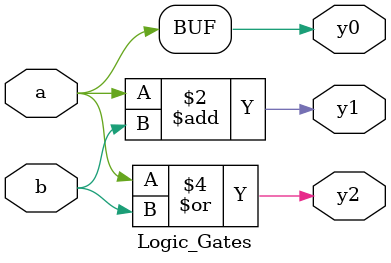
<source format=v>
`timescale 1ns / 1ps

module Logic_Gates(
    input a,b,
    output y0,y1,y2
    );
    assign y0=-a;
    assign y1=-(a+b);
    assign y2=-(a|b);
endmodule

</source>
